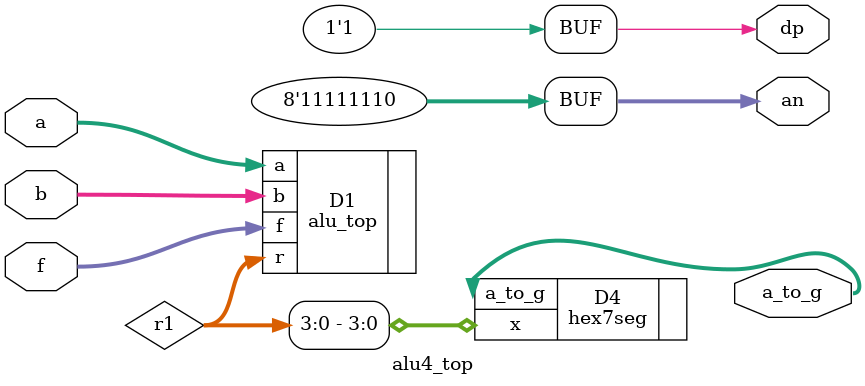
<source format=v>
`timescale 1ns / 1ps
module alu4_top( input [3:0] a, input [3:0] b, input [2:0] f,
						output [6:0] a_to_g, output [7:0] an, output dp);
wire [7:0] r1;

assign an = 8'b11111110; // 1 digit on, 7 digits off
assign dp = 1; // dp off

hex7seg D4 (.x(r1[3:0]),.a_to_g(a_to_g));
alu_top D1 (.a(a), .b(b), .f(f), .r(r1));

endmodule

</source>
